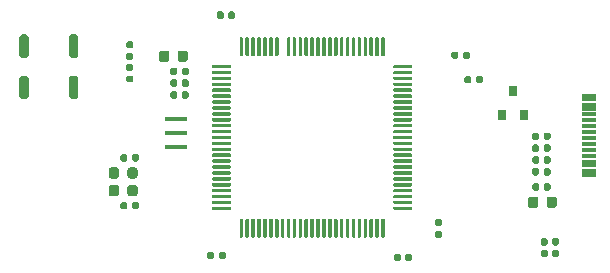
<source format=gbr>
%TF.GenerationSoftware,KiCad,Pcbnew,(5.1.6)-1*%
%TF.CreationDate,2020-08-08T14:22:08+05:30*%
%TF.ProjectId,F745_DISC,46373435-5f44-4495-9343-2e6b69636164,rev?*%
%TF.SameCoordinates,Original*%
%TF.FileFunction,Paste,Top*%
%TF.FilePolarity,Positive*%
%FSLAX46Y46*%
G04 Gerber Fmt 4.6, Leading zero omitted, Abs format (unit mm)*
G04 Created by KiCad (PCBNEW (5.1.6)-1) date 2020-08-08 14:22:08*
%MOMM*%
%LPD*%
G01*
G04 APERTURE LIST*
%ADD10R,1.900000X0.400000*%
%ADD11R,1.150000X0.300000*%
%ADD12R,0.800000X0.900000*%
G04 APERTURE END LIST*
D10*
%TO.C,Y1*%
X50900000Y-50800000D03*
X50900000Y-49600000D03*
X50900000Y-48400000D03*
%TD*%
%TO.C,U1*%
G36*
G01*
X56250000Y-43050000D02*
X56250000Y-41600000D01*
G75*
G02*
X56325000Y-41525000I75000J0D01*
G01*
X56475000Y-41525000D01*
G75*
G02*
X56550000Y-41600000I0J-75000D01*
G01*
X56550000Y-43050000D01*
G75*
G02*
X56475000Y-43125000I-75000J0D01*
G01*
X56325000Y-43125000D01*
G75*
G02*
X56250000Y-43050000I0J75000D01*
G01*
G37*
G36*
G01*
X56750000Y-43050000D02*
X56750000Y-41600000D01*
G75*
G02*
X56825000Y-41525000I75000J0D01*
G01*
X56975000Y-41525000D01*
G75*
G02*
X57050000Y-41600000I0J-75000D01*
G01*
X57050000Y-43050000D01*
G75*
G02*
X56975000Y-43125000I-75000J0D01*
G01*
X56825000Y-43125000D01*
G75*
G02*
X56750000Y-43050000I0J75000D01*
G01*
G37*
G36*
G01*
X57250000Y-43050000D02*
X57250000Y-41600000D01*
G75*
G02*
X57325000Y-41525000I75000J0D01*
G01*
X57475000Y-41525000D01*
G75*
G02*
X57550000Y-41600000I0J-75000D01*
G01*
X57550000Y-43050000D01*
G75*
G02*
X57475000Y-43125000I-75000J0D01*
G01*
X57325000Y-43125000D01*
G75*
G02*
X57250000Y-43050000I0J75000D01*
G01*
G37*
G36*
G01*
X57750000Y-43050000D02*
X57750000Y-41600000D01*
G75*
G02*
X57825000Y-41525000I75000J0D01*
G01*
X57975000Y-41525000D01*
G75*
G02*
X58050000Y-41600000I0J-75000D01*
G01*
X58050000Y-43050000D01*
G75*
G02*
X57975000Y-43125000I-75000J0D01*
G01*
X57825000Y-43125000D01*
G75*
G02*
X57750000Y-43050000I0J75000D01*
G01*
G37*
G36*
G01*
X58250000Y-43050000D02*
X58250000Y-41600000D01*
G75*
G02*
X58325000Y-41525000I75000J0D01*
G01*
X58475000Y-41525000D01*
G75*
G02*
X58550000Y-41600000I0J-75000D01*
G01*
X58550000Y-43050000D01*
G75*
G02*
X58475000Y-43125000I-75000J0D01*
G01*
X58325000Y-43125000D01*
G75*
G02*
X58250000Y-43050000I0J75000D01*
G01*
G37*
G36*
G01*
X58750000Y-43050000D02*
X58750000Y-41600000D01*
G75*
G02*
X58825000Y-41525000I75000J0D01*
G01*
X58975000Y-41525000D01*
G75*
G02*
X59050000Y-41600000I0J-75000D01*
G01*
X59050000Y-43050000D01*
G75*
G02*
X58975000Y-43125000I-75000J0D01*
G01*
X58825000Y-43125000D01*
G75*
G02*
X58750000Y-43050000I0J75000D01*
G01*
G37*
G36*
G01*
X59250000Y-43050000D02*
X59250000Y-41600000D01*
G75*
G02*
X59325000Y-41525000I75000J0D01*
G01*
X59475000Y-41525000D01*
G75*
G02*
X59550000Y-41600000I0J-75000D01*
G01*
X59550000Y-43050000D01*
G75*
G02*
X59475000Y-43125000I-75000J0D01*
G01*
X59325000Y-43125000D01*
G75*
G02*
X59250000Y-43050000I0J75000D01*
G01*
G37*
G36*
G01*
X60250000Y-43050000D02*
X60250000Y-41600000D01*
G75*
G02*
X60325000Y-41525000I75000J0D01*
G01*
X60475000Y-41525000D01*
G75*
G02*
X60550000Y-41600000I0J-75000D01*
G01*
X60550000Y-43050000D01*
G75*
G02*
X60475000Y-43125000I-75000J0D01*
G01*
X60325000Y-43125000D01*
G75*
G02*
X60250000Y-43050000I0J75000D01*
G01*
G37*
G36*
G01*
X60750000Y-43050000D02*
X60750000Y-41600000D01*
G75*
G02*
X60825000Y-41525000I75000J0D01*
G01*
X60975000Y-41525000D01*
G75*
G02*
X61050000Y-41600000I0J-75000D01*
G01*
X61050000Y-43050000D01*
G75*
G02*
X60975000Y-43125000I-75000J0D01*
G01*
X60825000Y-43125000D01*
G75*
G02*
X60750000Y-43050000I0J75000D01*
G01*
G37*
G36*
G01*
X61250000Y-43050000D02*
X61250000Y-41600000D01*
G75*
G02*
X61325000Y-41525000I75000J0D01*
G01*
X61475000Y-41525000D01*
G75*
G02*
X61550000Y-41600000I0J-75000D01*
G01*
X61550000Y-43050000D01*
G75*
G02*
X61475000Y-43125000I-75000J0D01*
G01*
X61325000Y-43125000D01*
G75*
G02*
X61250000Y-43050000I0J75000D01*
G01*
G37*
G36*
G01*
X61750000Y-43050000D02*
X61750000Y-41600000D01*
G75*
G02*
X61825000Y-41525000I75000J0D01*
G01*
X61975000Y-41525000D01*
G75*
G02*
X62050000Y-41600000I0J-75000D01*
G01*
X62050000Y-43050000D01*
G75*
G02*
X61975000Y-43125000I-75000J0D01*
G01*
X61825000Y-43125000D01*
G75*
G02*
X61750000Y-43050000I0J75000D01*
G01*
G37*
G36*
G01*
X62250000Y-43050000D02*
X62250000Y-41600000D01*
G75*
G02*
X62325000Y-41525000I75000J0D01*
G01*
X62475000Y-41525000D01*
G75*
G02*
X62550000Y-41600000I0J-75000D01*
G01*
X62550000Y-43050000D01*
G75*
G02*
X62475000Y-43125000I-75000J0D01*
G01*
X62325000Y-43125000D01*
G75*
G02*
X62250000Y-43050000I0J75000D01*
G01*
G37*
G36*
G01*
X62750000Y-43050000D02*
X62750000Y-41600000D01*
G75*
G02*
X62825000Y-41525000I75000J0D01*
G01*
X62975000Y-41525000D01*
G75*
G02*
X63050000Y-41600000I0J-75000D01*
G01*
X63050000Y-43050000D01*
G75*
G02*
X62975000Y-43125000I-75000J0D01*
G01*
X62825000Y-43125000D01*
G75*
G02*
X62750000Y-43050000I0J75000D01*
G01*
G37*
G36*
G01*
X63250000Y-43050000D02*
X63250000Y-41600000D01*
G75*
G02*
X63325000Y-41525000I75000J0D01*
G01*
X63475000Y-41525000D01*
G75*
G02*
X63550000Y-41600000I0J-75000D01*
G01*
X63550000Y-43050000D01*
G75*
G02*
X63475000Y-43125000I-75000J0D01*
G01*
X63325000Y-43125000D01*
G75*
G02*
X63250000Y-43050000I0J75000D01*
G01*
G37*
G36*
G01*
X63750000Y-43050000D02*
X63750000Y-41600000D01*
G75*
G02*
X63825000Y-41525000I75000J0D01*
G01*
X63975000Y-41525000D01*
G75*
G02*
X64050000Y-41600000I0J-75000D01*
G01*
X64050000Y-43050000D01*
G75*
G02*
X63975000Y-43125000I-75000J0D01*
G01*
X63825000Y-43125000D01*
G75*
G02*
X63750000Y-43050000I0J75000D01*
G01*
G37*
G36*
G01*
X64250000Y-43050000D02*
X64250000Y-41600000D01*
G75*
G02*
X64325000Y-41525000I75000J0D01*
G01*
X64475000Y-41525000D01*
G75*
G02*
X64550000Y-41600000I0J-75000D01*
G01*
X64550000Y-43050000D01*
G75*
G02*
X64475000Y-43125000I-75000J0D01*
G01*
X64325000Y-43125000D01*
G75*
G02*
X64250000Y-43050000I0J75000D01*
G01*
G37*
G36*
G01*
X64750000Y-43050000D02*
X64750000Y-41600000D01*
G75*
G02*
X64825000Y-41525000I75000J0D01*
G01*
X64975000Y-41525000D01*
G75*
G02*
X65050000Y-41600000I0J-75000D01*
G01*
X65050000Y-43050000D01*
G75*
G02*
X64975000Y-43125000I-75000J0D01*
G01*
X64825000Y-43125000D01*
G75*
G02*
X64750000Y-43050000I0J75000D01*
G01*
G37*
G36*
G01*
X65250000Y-43050000D02*
X65250000Y-41600000D01*
G75*
G02*
X65325000Y-41525000I75000J0D01*
G01*
X65475000Y-41525000D01*
G75*
G02*
X65550000Y-41600000I0J-75000D01*
G01*
X65550000Y-43050000D01*
G75*
G02*
X65475000Y-43125000I-75000J0D01*
G01*
X65325000Y-43125000D01*
G75*
G02*
X65250000Y-43050000I0J75000D01*
G01*
G37*
G36*
G01*
X65750000Y-43050000D02*
X65750000Y-41600000D01*
G75*
G02*
X65825000Y-41525000I75000J0D01*
G01*
X65975000Y-41525000D01*
G75*
G02*
X66050000Y-41600000I0J-75000D01*
G01*
X66050000Y-43050000D01*
G75*
G02*
X65975000Y-43125000I-75000J0D01*
G01*
X65825000Y-43125000D01*
G75*
G02*
X65750000Y-43050000I0J75000D01*
G01*
G37*
G36*
G01*
X66250000Y-43050000D02*
X66250000Y-41600000D01*
G75*
G02*
X66325000Y-41525000I75000J0D01*
G01*
X66475000Y-41525000D01*
G75*
G02*
X66550000Y-41600000I0J-75000D01*
G01*
X66550000Y-43050000D01*
G75*
G02*
X66475000Y-43125000I-75000J0D01*
G01*
X66325000Y-43125000D01*
G75*
G02*
X66250000Y-43050000I0J75000D01*
G01*
G37*
G36*
G01*
X66750000Y-43050000D02*
X66750000Y-41600000D01*
G75*
G02*
X66825000Y-41525000I75000J0D01*
G01*
X66975000Y-41525000D01*
G75*
G02*
X67050000Y-41600000I0J-75000D01*
G01*
X67050000Y-43050000D01*
G75*
G02*
X66975000Y-43125000I-75000J0D01*
G01*
X66825000Y-43125000D01*
G75*
G02*
X66750000Y-43050000I0J75000D01*
G01*
G37*
G36*
G01*
X67250000Y-43050000D02*
X67250000Y-41600000D01*
G75*
G02*
X67325000Y-41525000I75000J0D01*
G01*
X67475000Y-41525000D01*
G75*
G02*
X67550000Y-41600000I0J-75000D01*
G01*
X67550000Y-43050000D01*
G75*
G02*
X67475000Y-43125000I-75000J0D01*
G01*
X67325000Y-43125000D01*
G75*
G02*
X67250000Y-43050000I0J75000D01*
G01*
G37*
G36*
G01*
X67750000Y-43050000D02*
X67750000Y-41600000D01*
G75*
G02*
X67825000Y-41525000I75000J0D01*
G01*
X67975000Y-41525000D01*
G75*
G02*
X68050000Y-41600000I0J-75000D01*
G01*
X68050000Y-43050000D01*
G75*
G02*
X67975000Y-43125000I-75000J0D01*
G01*
X67825000Y-43125000D01*
G75*
G02*
X67750000Y-43050000I0J75000D01*
G01*
G37*
G36*
G01*
X68250000Y-43050000D02*
X68250000Y-41600000D01*
G75*
G02*
X68325000Y-41525000I75000J0D01*
G01*
X68475000Y-41525000D01*
G75*
G02*
X68550000Y-41600000I0J-75000D01*
G01*
X68550000Y-43050000D01*
G75*
G02*
X68475000Y-43125000I-75000J0D01*
G01*
X68325000Y-43125000D01*
G75*
G02*
X68250000Y-43050000I0J75000D01*
G01*
G37*
G36*
G01*
X69275000Y-44075000D02*
X69275000Y-43925000D01*
G75*
G02*
X69350000Y-43850000I75000J0D01*
G01*
X70800000Y-43850000D01*
G75*
G02*
X70875000Y-43925000I0J-75000D01*
G01*
X70875000Y-44075000D01*
G75*
G02*
X70800000Y-44150000I-75000J0D01*
G01*
X69350000Y-44150000D01*
G75*
G02*
X69275000Y-44075000I0J75000D01*
G01*
G37*
G36*
G01*
X69275000Y-44575000D02*
X69275000Y-44425000D01*
G75*
G02*
X69350000Y-44350000I75000J0D01*
G01*
X70800000Y-44350000D01*
G75*
G02*
X70875000Y-44425000I0J-75000D01*
G01*
X70875000Y-44575000D01*
G75*
G02*
X70800000Y-44650000I-75000J0D01*
G01*
X69350000Y-44650000D01*
G75*
G02*
X69275000Y-44575000I0J75000D01*
G01*
G37*
G36*
G01*
X69275000Y-45075000D02*
X69275000Y-44925000D01*
G75*
G02*
X69350000Y-44850000I75000J0D01*
G01*
X70800000Y-44850000D01*
G75*
G02*
X70875000Y-44925000I0J-75000D01*
G01*
X70875000Y-45075000D01*
G75*
G02*
X70800000Y-45150000I-75000J0D01*
G01*
X69350000Y-45150000D01*
G75*
G02*
X69275000Y-45075000I0J75000D01*
G01*
G37*
G36*
G01*
X69275000Y-45575000D02*
X69275000Y-45425000D01*
G75*
G02*
X69350000Y-45350000I75000J0D01*
G01*
X70800000Y-45350000D01*
G75*
G02*
X70875000Y-45425000I0J-75000D01*
G01*
X70875000Y-45575000D01*
G75*
G02*
X70800000Y-45650000I-75000J0D01*
G01*
X69350000Y-45650000D01*
G75*
G02*
X69275000Y-45575000I0J75000D01*
G01*
G37*
G36*
G01*
X69275000Y-46075000D02*
X69275000Y-45925000D01*
G75*
G02*
X69350000Y-45850000I75000J0D01*
G01*
X70800000Y-45850000D01*
G75*
G02*
X70875000Y-45925000I0J-75000D01*
G01*
X70875000Y-46075000D01*
G75*
G02*
X70800000Y-46150000I-75000J0D01*
G01*
X69350000Y-46150000D01*
G75*
G02*
X69275000Y-46075000I0J75000D01*
G01*
G37*
G36*
G01*
X69275000Y-46575000D02*
X69275000Y-46425000D01*
G75*
G02*
X69350000Y-46350000I75000J0D01*
G01*
X70800000Y-46350000D01*
G75*
G02*
X70875000Y-46425000I0J-75000D01*
G01*
X70875000Y-46575000D01*
G75*
G02*
X70800000Y-46650000I-75000J0D01*
G01*
X69350000Y-46650000D01*
G75*
G02*
X69275000Y-46575000I0J75000D01*
G01*
G37*
G36*
G01*
X69275000Y-47075000D02*
X69275000Y-46925000D01*
G75*
G02*
X69350000Y-46850000I75000J0D01*
G01*
X70800000Y-46850000D01*
G75*
G02*
X70875000Y-46925000I0J-75000D01*
G01*
X70875000Y-47075000D01*
G75*
G02*
X70800000Y-47150000I-75000J0D01*
G01*
X69350000Y-47150000D01*
G75*
G02*
X69275000Y-47075000I0J75000D01*
G01*
G37*
G36*
G01*
X69275000Y-47575000D02*
X69275000Y-47425000D01*
G75*
G02*
X69350000Y-47350000I75000J0D01*
G01*
X70800000Y-47350000D01*
G75*
G02*
X70875000Y-47425000I0J-75000D01*
G01*
X70875000Y-47575000D01*
G75*
G02*
X70800000Y-47650000I-75000J0D01*
G01*
X69350000Y-47650000D01*
G75*
G02*
X69275000Y-47575000I0J75000D01*
G01*
G37*
G36*
G01*
X69275000Y-48075000D02*
X69275000Y-47925000D01*
G75*
G02*
X69350000Y-47850000I75000J0D01*
G01*
X70800000Y-47850000D01*
G75*
G02*
X70875000Y-47925000I0J-75000D01*
G01*
X70875000Y-48075000D01*
G75*
G02*
X70800000Y-48150000I-75000J0D01*
G01*
X69350000Y-48150000D01*
G75*
G02*
X69275000Y-48075000I0J75000D01*
G01*
G37*
G36*
G01*
X69275000Y-48575000D02*
X69275000Y-48425000D01*
G75*
G02*
X69350000Y-48350000I75000J0D01*
G01*
X70800000Y-48350000D01*
G75*
G02*
X70875000Y-48425000I0J-75000D01*
G01*
X70875000Y-48575000D01*
G75*
G02*
X70800000Y-48650000I-75000J0D01*
G01*
X69350000Y-48650000D01*
G75*
G02*
X69275000Y-48575000I0J75000D01*
G01*
G37*
G36*
G01*
X69275000Y-49075000D02*
X69275000Y-48925000D01*
G75*
G02*
X69350000Y-48850000I75000J0D01*
G01*
X70800000Y-48850000D01*
G75*
G02*
X70875000Y-48925000I0J-75000D01*
G01*
X70875000Y-49075000D01*
G75*
G02*
X70800000Y-49150000I-75000J0D01*
G01*
X69350000Y-49150000D01*
G75*
G02*
X69275000Y-49075000I0J75000D01*
G01*
G37*
G36*
G01*
X69275000Y-49575000D02*
X69275000Y-49425000D01*
G75*
G02*
X69350000Y-49350000I75000J0D01*
G01*
X70800000Y-49350000D01*
G75*
G02*
X70875000Y-49425000I0J-75000D01*
G01*
X70875000Y-49575000D01*
G75*
G02*
X70800000Y-49650000I-75000J0D01*
G01*
X69350000Y-49650000D01*
G75*
G02*
X69275000Y-49575000I0J75000D01*
G01*
G37*
G36*
G01*
X69275000Y-50075000D02*
X69275000Y-49925000D01*
G75*
G02*
X69350000Y-49850000I75000J0D01*
G01*
X70800000Y-49850000D01*
G75*
G02*
X70875000Y-49925000I0J-75000D01*
G01*
X70875000Y-50075000D01*
G75*
G02*
X70800000Y-50150000I-75000J0D01*
G01*
X69350000Y-50150000D01*
G75*
G02*
X69275000Y-50075000I0J75000D01*
G01*
G37*
G36*
G01*
X69275000Y-50575000D02*
X69275000Y-50425000D01*
G75*
G02*
X69350000Y-50350000I75000J0D01*
G01*
X70800000Y-50350000D01*
G75*
G02*
X70875000Y-50425000I0J-75000D01*
G01*
X70875000Y-50575000D01*
G75*
G02*
X70800000Y-50650000I-75000J0D01*
G01*
X69350000Y-50650000D01*
G75*
G02*
X69275000Y-50575000I0J75000D01*
G01*
G37*
G36*
G01*
X69275000Y-51075000D02*
X69275000Y-50925000D01*
G75*
G02*
X69350000Y-50850000I75000J0D01*
G01*
X70800000Y-50850000D01*
G75*
G02*
X70875000Y-50925000I0J-75000D01*
G01*
X70875000Y-51075000D01*
G75*
G02*
X70800000Y-51150000I-75000J0D01*
G01*
X69350000Y-51150000D01*
G75*
G02*
X69275000Y-51075000I0J75000D01*
G01*
G37*
G36*
G01*
X69275000Y-51575000D02*
X69275000Y-51425000D01*
G75*
G02*
X69350000Y-51350000I75000J0D01*
G01*
X70800000Y-51350000D01*
G75*
G02*
X70875000Y-51425000I0J-75000D01*
G01*
X70875000Y-51575000D01*
G75*
G02*
X70800000Y-51650000I-75000J0D01*
G01*
X69350000Y-51650000D01*
G75*
G02*
X69275000Y-51575000I0J75000D01*
G01*
G37*
G36*
G01*
X69275000Y-52075000D02*
X69275000Y-51925000D01*
G75*
G02*
X69350000Y-51850000I75000J0D01*
G01*
X70800000Y-51850000D01*
G75*
G02*
X70875000Y-51925000I0J-75000D01*
G01*
X70875000Y-52075000D01*
G75*
G02*
X70800000Y-52150000I-75000J0D01*
G01*
X69350000Y-52150000D01*
G75*
G02*
X69275000Y-52075000I0J75000D01*
G01*
G37*
G36*
G01*
X69275000Y-52575000D02*
X69275000Y-52425000D01*
G75*
G02*
X69350000Y-52350000I75000J0D01*
G01*
X70800000Y-52350000D01*
G75*
G02*
X70875000Y-52425000I0J-75000D01*
G01*
X70875000Y-52575000D01*
G75*
G02*
X70800000Y-52650000I-75000J0D01*
G01*
X69350000Y-52650000D01*
G75*
G02*
X69275000Y-52575000I0J75000D01*
G01*
G37*
G36*
G01*
X69275000Y-53075000D02*
X69275000Y-52925000D01*
G75*
G02*
X69350000Y-52850000I75000J0D01*
G01*
X70800000Y-52850000D01*
G75*
G02*
X70875000Y-52925000I0J-75000D01*
G01*
X70875000Y-53075000D01*
G75*
G02*
X70800000Y-53150000I-75000J0D01*
G01*
X69350000Y-53150000D01*
G75*
G02*
X69275000Y-53075000I0J75000D01*
G01*
G37*
G36*
G01*
X69275000Y-53575000D02*
X69275000Y-53425000D01*
G75*
G02*
X69350000Y-53350000I75000J0D01*
G01*
X70800000Y-53350000D01*
G75*
G02*
X70875000Y-53425000I0J-75000D01*
G01*
X70875000Y-53575000D01*
G75*
G02*
X70800000Y-53650000I-75000J0D01*
G01*
X69350000Y-53650000D01*
G75*
G02*
X69275000Y-53575000I0J75000D01*
G01*
G37*
G36*
G01*
X69275000Y-54075000D02*
X69275000Y-53925000D01*
G75*
G02*
X69350000Y-53850000I75000J0D01*
G01*
X70800000Y-53850000D01*
G75*
G02*
X70875000Y-53925000I0J-75000D01*
G01*
X70875000Y-54075000D01*
G75*
G02*
X70800000Y-54150000I-75000J0D01*
G01*
X69350000Y-54150000D01*
G75*
G02*
X69275000Y-54075000I0J75000D01*
G01*
G37*
G36*
G01*
X69275000Y-54575000D02*
X69275000Y-54425000D01*
G75*
G02*
X69350000Y-54350000I75000J0D01*
G01*
X70800000Y-54350000D01*
G75*
G02*
X70875000Y-54425000I0J-75000D01*
G01*
X70875000Y-54575000D01*
G75*
G02*
X70800000Y-54650000I-75000J0D01*
G01*
X69350000Y-54650000D01*
G75*
G02*
X69275000Y-54575000I0J75000D01*
G01*
G37*
G36*
G01*
X69275000Y-55075000D02*
X69275000Y-54925000D01*
G75*
G02*
X69350000Y-54850000I75000J0D01*
G01*
X70800000Y-54850000D01*
G75*
G02*
X70875000Y-54925000I0J-75000D01*
G01*
X70875000Y-55075000D01*
G75*
G02*
X70800000Y-55150000I-75000J0D01*
G01*
X69350000Y-55150000D01*
G75*
G02*
X69275000Y-55075000I0J75000D01*
G01*
G37*
G36*
G01*
X69275000Y-55575000D02*
X69275000Y-55425000D01*
G75*
G02*
X69350000Y-55350000I75000J0D01*
G01*
X70800000Y-55350000D01*
G75*
G02*
X70875000Y-55425000I0J-75000D01*
G01*
X70875000Y-55575000D01*
G75*
G02*
X70800000Y-55650000I-75000J0D01*
G01*
X69350000Y-55650000D01*
G75*
G02*
X69275000Y-55575000I0J75000D01*
G01*
G37*
G36*
G01*
X69275000Y-56075000D02*
X69275000Y-55925000D01*
G75*
G02*
X69350000Y-55850000I75000J0D01*
G01*
X70800000Y-55850000D01*
G75*
G02*
X70875000Y-55925000I0J-75000D01*
G01*
X70875000Y-56075000D01*
G75*
G02*
X70800000Y-56150000I-75000J0D01*
G01*
X69350000Y-56150000D01*
G75*
G02*
X69275000Y-56075000I0J75000D01*
G01*
G37*
G36*
G01*
X68250000Y-58400000D02*
X68250000Y-56950000D01*
G75*
G02*
X68325000Y-56875000I75000J0D01*
G01*
X68475000Y-56875000D01*
G75*
G02*
X68550000Y-56950000I0J-75000D01*
G01*
X68550000Y-58400000D01*
G75*
G02*
X68475000Y-58475000I-75000J0D01*
G01*
X68325000Y-58475000D01*
G75*
G02*
X68250000Y-58400000I0J75000D01*
G01*
G37*
G36*
G01*
X67750000Y-58400000D02*
X67750000Y-56950000D01*
G75*
G02*
X67825000Y-56875000I75000J0D01*
G01*
X67975000Y-56875000D01*
G75*
G02*
X68050000Y-56950000I0J-75000D01*
G01*
X68050000Y-58400000D01*
G75*
G02*
X67975000Y-58475000I-75000J0D01*
G01*
X67825000Y-58475000D01*
G75*
G02*
X67750000Y-58400000I0J75000D01*
G01*
G37*
G36*
G01*
X67250000Y-58400000D02*
X67250000Y-56950000D01*
G75*
G02*
X67325000Y-56875000I75000J0D01*
G01*
X67475000Y-56875000D01*
G75*
G02*
X67550000Y-56950000I0J-75000D01*
G01*
X67550000Y-58400000D01*
G75*
G02*
X67475000Y-58475000I-75000J0D01*
G01*
X67325000Y-58475000D01*
G75*
G02*
X67250000Y-58400000I0J75000D01*
G01*
G37*
G36*
G01*
X66750000Y-58400000D02*
X66750000Y-56950000D01*
G75*
G02*
X66825000Y-56875000I75000J0D01*
G01*
X66975000Y-56875000D01*
G75*
G02*
X67050000Y-56950000I0J-75000D01*
G01*
X67050000Y-58400000D01*
G75*
G02*
X66975000Y-58475000I-75000J0D01*
G01*
X66825000Y-58475000D01*
G75*
G02*
X66750000Y-58400000I0J75000D01*
G01*
G37*
G36*
G01*
X66250000Y-58400000D02*
X66250000Y-56950000D01*
G75*
G02*
X66325000Y-56875000I75000J0D01*
G01*
X66475000Y-56875000D01*
G75*
G02*
X66550000Y-56950000I0J-75000D01*
G01*
X66550000Y-58400000D01*
G75*
G02*
X66475000Y-58475000I-75000J0D01*
G01*
X66325000Y-58475000D01*
G75*
G02*
X66250000Y-58400000I0J75000D01*
G01*
G37*
G36*
G01*
X65750000Y-58400000D02*
X65750000Y-56950000D01*
G75*
G02*
X65825000Y-56875000I75000J0D01*
G01*
X65975000Y-56875000D01*
G75*
G02*
X66050000Y-56950000I0J-75000D01*
G01*
X66050000Y-58400000D01*
G75*
G02*
X65975000Y-58475000I-75000J0D01*
G01*
X65825000Y-58475000D01*
G75*
G02*
X65750000Y-58400000I0J75000D01*
G01*
G37*
G36*
G01*
X65250000Y-58400000D02*
X65250000Y-56950000D01*
G75*
G02*
X65325000Y-56875000I75000J0D01*
G01*
X65475000Y-56875000D01*
G75*
G02*
X65550000Y-56950000I0J-75000D01*
G01*
X65550000Y-58400000D01*
G75*
G02*
X65475000Y-58475000I-75000J0D01*
G01*
X65325000Y-58475000D01*
G75*
G02*
X65250000Y-58400000I0J75000D01*
G01*
G37*
G36*
G01*
X64750000Y-58400000D02*
X64750000Y-56950000D01*
G75*
G02*
X64825000Y-56875000I75000J0D01*
G01*
X64975000Y-56875000D01*
G75*
G02*
X65050000Y-56950000I0J-75000D01*
G01*
X65050000Y-58400000D01*
G75*
G02*
X64975000Y-58475000I-75000J0D01*
G01*
X64825000Y-58475000D01*
G75*
G02*
X64750000Y-58400000I0J75000D01*
G01*
G37*
G36*
G01*
X64250000Y-58400000D02*
X64250000Y-56950000D01*
G75*
G02*
X64325000Y-56875000I75000J0D01*
G01*
X64475000Y-56875000D01*
G75*
G02*
X64550000Y-56950000I0J-75000D01*
G01*
X64550000Y-58400000D01*
G75*
G02*
X64475000Y-58475000I-75000J0D01*
G01*
X64325000Y-58475000D01*
G75*
G02*
X64250000Y-58400000I0J75000D01*
G01*
G37*
G36*
G01*
X63750000Y-58400000D02*
X63750000Y-56950000D01*
G75*
G02*
X63825000Y-56875000I75000J0D01*
G01*
X63975000Y-56875000D01*
G75*
G02*
X64050000Y-56950000I0J-75000D01*
G01*
X64050000Y-58400000D01*
G75*
G02*
X63975000Y-58475000I-75000J0D01*
G01*
X63825000Y-58475000D01*
G75*
G02*
X63750000Y-58400000I0J75000D01*
G01*
G37*
G36*
G01*
X63250000Y-58400000D02*
X63250000Y-56950000D01*
G75*
G02*
X63325000Y-56875000I75000J0D01*
G01*
X63475000Y-56875000D01*
G75*
G02*
X63550000Y-56950000I0J-75000D01*
G01*
X63550000Y-58400000D01*
G75*
G02*
X63475000Y-58475000I-75000J0D01*
G01*
X63325000Y-58475000D01*
G75*
G02*
X63250000Y-58400000I0J75000D01*
G01*
G37*
G36*
G01*
X62750000Y-58400000D02*
X62750000Y-56950000D01*
G75*
G02*
X62825000Y-56875000I75000J0D01*
G01*
X62975000Y-56875000D01*
G75*
G02*
X63050000Y-56950000I0J-75000D01*
G01*
X63050000Y-58400000D01*
G75*
G02*
X62975000Y-58475000I-75000J0D01*
G01*
X62825000Y-58475000D01*
G75*
G02*
X62750000Y-58400000I0J75000D01*
G01*
G37*
G36*
G01*
X62250000Y-58400000D02*
X62250000Y-56950000D01*
G75*
G02*
X62325000Y-56875000I75000J0D01*
G01*
X62475000Y-56875000D01*
G75*
G02*
X62550000Y-56950000I0J-75000D01*
G01*
X62550000Y-58400000D01*
G75*
G02*
X62475000Y-58475000I-75000J0D01*
G01*
X62325000Y-58475000D01*
G75*
G02*
X62250000Y-58400000I0J75000D01*
G01*
G37*
G36*
G01*
X61750000Y-58400000D02*
X61750000Y-56950000D01*
G75*
G02*
X61825000Y-56875000I75000J0D01*
G01*
X61975000Y-56875000D01*
G75*
G02*
X62050000Y-56950000I0J-75000D01*
G01*
X62050000Y-58400000D01*
G75*
G02*
X61975000Y-58475000I-75000J0D01*
G01*
X61825000Y-58475000D01*
G75*
G02*
X61750000Y-58400000I0J75000D01*
G01*
G37*
G36*
G01*
X61250000Y-58400000D02*
X61250000Y-56950000D01*
G75*
G02*
X61325000Y-56875000I75000J0D01*
G01*
X61475000Y-56875000D01*
G75*
G02*
X61550000Y-56950000I0J-75000D01*
G01*
X61550000Y-58400000D01*
G75*
G02*
X61475000Y-58475000I-75000J0D01*
G01*
X61325000Y-58475000D01*
G75*
G02*
X61250000Y-58400000I0J75000D01*
G01*
G37*
G36*
G01*
X60750000Y-58400000D02*
X60750000Y-56950000D01*
G75*
G02*
X60825000Y-56875000I75000J0D01*
G01*
X60975000Y-56875000D01*
G75*
G02*
X61050000Y-56950000I0J-75000D01*
G01*
X61050000Y-58400000D01*
G75*
G02*
X60975000Y-58475000I-75000J0D01*
G01*
X60825000Y-58475000D01*
G75*
G02*
X60750000Y-58400000I0J75000D01*
G01*
G37*
G36*
G01*
X60250000Y-58400000D02*
X60250000Y-56950000D01*
G75*
G02*
X60325000Y-56875000I75000J0D01*
G01*
X60475000Y-56875000D01*
G75*
G02*
X60550000Y-56950000I0J-75000D01*
G01*
X60550000Y-58400000D01*
G75*
G02*
X60475000Y-58475000I-75000J0D01*
G01*
X60325000Y-58475000D01*
G75*
G02*
X60250000Y-58400000I0J75000D01*
G01*
G37*
G36*
G01*
X59750000Y-58400000D02*
X59750000Y-56950000D01*
G75*
G02*
X59825000Y-56875000I75000J0D01*
G01*
X59975000Y-56875000D01*
G75*
G02*
X60050000Y-56950000I0J-75000D01*
G01*
X60050000Y-58400000D01*
G75*
G02*
X59975000Y-58475000I-75000J0D01*
G01*
X59825000Y-58475000D01*
G75*
G02*
X59750000Y-58400000I0J75000D01*
G01*
G37*
G36*
G01*
X59250000Y-58400000D02*
X59250000Y-56950000D01*
G75*
G02*
X59325000Y-56875000I75000J0D01*
G01*
X59475000Y-56875000D01*
G75*
G02*
X59550000Y-56950000I0J-75000D01*
G01*
X59550000Y-58400000D01*
G75*
G02*
X59475000Y-58475000I-75000J0D01*
G01*
X59325000Y-58475000D01*
G75*
G02*
X59250000Y-58400000I0J75000D01*
G01*
G37*
G36*
G01*
X58750000Y-58400000D02*
X58750000Y-56950000D01*
G75*
G02*
X58825000Y-56875000I75000J0D01*
G01*
X58975000Y-56875000D01*
G75*
G02*
X59050000Y-56950000I0J-75000D01*
G01*
X59050000Y-58400000D01*
G75*
G02*
X58975000Y-58475000I-75000J0D01*
G01*
X58825000Y-58475000D01*
G75*
G02*
X58750000Y-58400000I0J75000D01*
G01*
G37*
G36*
G01*
X58250000Y-58400000D02*
X58250000Y-56950000D01*
G75*
G02*
X58325000Y-56875000I75000J0D01*
G01*
X58475000Y-56875000D01*
G75*
G02*
X58550000Y-56950000I0J-75000D01*
G01*
X58550000Y-58400000D01*
G75*
G02*
X58475000Y-58475000I-75000J0D01*
G01*
X58325000Y-58475000D01*
G75*
G02*
X58250000Y-58400000I0J75000D01*
G01*
G37*
G36*
G01*
X57750000Y-58400000D02*
X57750000Y-56950000D01*
G75*
G02*
X57825000Y-56875000I75000J0D01*
G01*
X57975000Y-56875000D01*
G75*
G02*
X58050000Y-56950000I0J-75000D01*
G01*
X58050000Y-58400000D01*
G75*
G02*
X57975000Y-58475000I-75000J0D01*
G01*
X57825000Y-58475000D01*
G75*
G02*
X57750000Y-58400000I0J75000D01*
G01*
G37*
G36*
G01*
X57250000Y-58400000D02*
X57250000Y-56950000D01*
G75*
G02*
X57325000Y-56875000I75000J0D01*
G01*
X57475000Y-56875000D01*
G75*
G02*
X57550000Y-56950000I0J-75000D01*
G01*
X57550000Y-58400000D01*
G75*
G02*
X57475000Y-58475000I-75000J0D01*
G01*
X57325000Y-58475000D01*
G75*
G02*
X57250000Y-58400000I0J75000D01*
G01*
G37*
G36*
G01*
X56750000Y-58400000D02*
X56750000Y-56950000D01*
G75*
G02*
X56825000Y-56875000I75000J0D01*
G01*
X56975000Y-56875000D01*
G75*
G02*
X57050000Y-56950000I0J-75000D01*
G01*
X57050000Y-58400000D01*
G75*
G02*
X56975000Y-58475000I-75000J0D01*
G01*
X56825000Y-58475000D01*
G75*
G02*
X56750000Y-58400000I0J75000D01*
G01*
G37*
G36*
G01*
X56250000Y-58400000D02*
X56250000Y-56950000D01*
G75*
G02*
X56325000Y-56875000I75000J0D01*
G01*
X56475000Y-56875000D01*
G75*
G02*
X56550000Y-56950000I0J-75000D01*
G01*
X56550000Y-58400000D01*
G75*
G02*
X56475000Y-58475000I-75000J0D01*
G01*
X56325000Y-58475000D01*
G75*
G02*
X56250000Y-58400000I0J75000D01*
G01*
G37*
G36*
G01*
X53925000Y-56075000D02*
X53925000Y-55925000D01*
G75*
G02*
X54000000Y-55850000I75000J0D01*
G01*
X55450000Y-55850000D01*
G75*
G02*
X55525000Y-55925000I0J-75000D01*
G01*
X55525000Y-56075000D01*
G75*
G02*
X55450000Y-56150000I-75000J0D01*
G01*
X54000000Y-56150000D01*
G75*
G02*
X53925000Y-56075000I0J75000D01*
G01*
G37*
G36*
G01*
X53925000Y-55575000D02*
X53925000Y-55425000D01*
G75*
G02*
X54000000Y-55350000I75000J0D01*
G01*
X55450000Y-55350000D01*
G75*
G02*
X55525000Y-55425000I0J-75000D01*
G01*
X55525000Y-55575000D01*
G75*
G02*
X55450000Y-55650000I-75000J0D01*
G01*
X54000000Y-55650000D01*
G75*
G02*
X53925000Y-55575000I0J75000D01*
G01*
G37*
G36*
G01*
X53925000Y-55075000D02*
X53925000Y-54925000D01*
G75*
G02*
X54000000Y-54850000I75000J0D01*
G01*
X55450000Y-54850000D01*
G75*
G02*
X55525000Y-54925000I0J-75000D01*
G01*
X55525000Y-55075000D01*
G75*
G02*
X55450000Y-55150000I-75000J0D01*
G01*
X54000000Y-55150000D01*
G75*
G02*
X53925000Y-55075000I0J75000D01*
G01*
G37*
G36*
G01*
X53925000Y-54575000D02*
X53925000Y-54425000D01*
G75*
G02*
X54000000Y-54350000I75000J0D01*
G01*
X55450000Y-54350000D01*
G75*
G02*
X55525000Y-54425000I0J-75000D01*
G01*
X55525000Y-54575000D01*
G75*
G02*
X55450000Y-54650000I-75000J0D01*
G01*
X54000000Y-54650000D01*
G75*
G02*
X53925000Y-54575000I0J75000D01*
G01*
G37*
G36*
G01*
X53925000Y-54075000D02*
X53925000Y-53925000D01*
G75*
G02*
X54000000Y-53850000I75000J0D01*
G01*
X55450000Y-53850000D01*
G75*
G02*
X55525000Y-53925000I0J-75000D01*
G01*
X55525000Y-54075000D01*
G75*
G02*
X55450000Y-54150000I-75000J0D01*
G01*
X54000000Y-54150000D01*
G75*
G02*
X53925000Y-54075000I0J75000D01*
G01*
G37*
G36*
G01*
X53925000Y-53575000D02*
X53925000Y-53425000D01*
G75*
G02*
X54000000Y-53350000I75000J0D01*
G01*
X55450000Y-53350000D01*
G75*
G02*
X55525000Y-53425000I0J-75000D01*
G01*
X55525000Y-53575000D01*
G75*
G02*
X55450000Y-53650000I-75000J0D01*
G01*
X54000000Y-53650000D01*
G75*
G02*
X53925000Y-53575000I0J75000D01*
G01*
G37*
G36*
G01*
X53925000Y-53075000D02*
X53925000Y-52925000D01*
G75*
G02*
X54000000Y-52850000I75000J0D01*
G01*
X55450000Y-52850000D01*
G75*
G02*
X55525000Y-52925000I0J-75000D01*
G01*
X55525000Y-53075000D01*
G75*
G02*
X55450000Y-53150000I-75000J0D01*
G01*
X54000000Y-53150000D01*
G75*
G02*
X53925000Y-53075000I0J75000D01*
G01*
G37*
G36*
G01*
X53925000Y-52575000D02*
X53925000Y-52425000D01*
G75*
G02*
X54000000Y-52350000I75000J0D01*
G01*
X55450000Y-52350000D01*
G75*
G02*
X55525000Y-52425000I0J-75000D01*
G01*
X55525000Y-52575000D01*
G75*
G02*
X55450000Y-52650000I-75000J0D01*
G01*
X54000000Y-52650000D01*
G75*
G02*
X53925000Y-52575000I0J75000D01*
G01*
G37*
G36*
G01*
X53925000Y-52075000D02*
X53925000Y-51925000D01*
G75*
G02*
X54000000Y-51850000I75000J0D01*
G01*
X55450000Y-51850000D01*
G75*
G02*
X55525000Y-51925000I0J-75000D01*
G01*
X55525000Y-52075000D01*
G75*
G02*
X55450000Y-52150000I-75000J0D01*
G01*
X54000000Y-52150000D01*
G75*
G02*
X53925000Y-52075000I0J75000D01*
G01*
G37*
G36*
G01*
X53925000Y-51575000D02*
X53925000Y-51425000D01*
G75*
G02*
X54000000Y-51350000I75000J0D01*
G01*
X55450000Y-51350000D01*
G75*
G02*
X55525000Y-51425000I0J-75000D01*
G01*
X55525000Y-51575000D01*
G75*
G02*
X55450000Y-51650000I-75000J0D01*
G01*
X54000000Y-51650000D01*
G75*
G02*
X53925000Y-51575000I0J75000D01*
G01*
G37*
G36*
G01*
X53925000Y-51075000D02*
X53925000Y-50925000D01*
G75*
G02*
X54000000Y-50850000I75000J0D01*
G01*
X55450000Y-50850000D01*
G75*
G02*
X55525000Y-50925000I0J-75000D01*
G01*
X55525000Y-51075000D01*
G75*
G02*
X55450000Y-51150000I-75000J0D01*
G01*
X54000000Y-51150000D01*
G75*
G02*
X53925000Y-51075000I0J75000D01*
G01*
G37*
G36*
G01*
X53925000Y-50575000D02*
X53925000Y-50425000D01*
G75*
G02*
X54000000Y-50350000I75000J0D01*
G01*
X55450000Y-50350000D01*
G75*
G02*
X55525000Y-50425000I0J-75000D01*
G01*
X55525000Y-50575000D01*
G75*
G02*
X55450000Y-50650000I-75000J0D01*
G01*
X54000000Y-50650000D01*
G75*
G02*
X53925000Y-50575000I0J75000D01*
G01*
G37*
G36*
G01*
X53925000Y-50075000D02*
X53925000Y-49925000D01*
G75*
G02*
X54000000Y-49850000I75000J0D01*
G01*
X55450000Y-49850000D01*
G75*
G02*
X55525000Y-49925000I0J-75000D01*
G01*
X55525000Y-50075000D01*
G75*
G02*
X55450000Y-50150000I-75000J0D01*
G01*
X54000000Y-50150000D01*
G75*
G02*
X53925000Y-50075000I0J75000D01*
G01*
G37*
G36*
G01*
X53925000Y-49575000D02*
X53925000Y-49425000D01*
G75*
G02*
X54000000Y-49350000I75000J0D01*
G01*
X55450000Y-49350000D01*
G75*
G02*
X55525000Y-49425000I0J-75000D01*
G01*
X55525000Y-49575000D01*
G75*
G02*
X55450000Y-49650000I-75000J0D01*
G01*
X54000000Y-49650000D01*
G75*
G02*
X53925000Y-49575000I0J75000D01*
G01*
G37*
G36*
G01*
X53925000Y-49075000D02*
X53925000Y-48925000D01*
G75*
G02*
X54000000Y-48850000I75000J0D01*
G01*
X55450000Y-48850000D01*
G75*
G02*
X55525000Y-48925000I0J-75000D01*
G01*
X55525000Y-49075000D01*
G75*
G02*
X55450000Y-49150000I-75000J0D01*
G01*
X54000000Y-49150000D01*
G75*
G02*
X53925000Y-49075000I0J75000D01*
G01*
G37*
G36*
G01*
X53925000Y-48575000D02*
X53925000Y-48425000D01*
G75*
G02*
X54000000Y-48350000I75000J0D01*
G01*
X55450000Y-48350000D01*
G75*
G02*
X55525000Y-48425000I0J-75000D01*
G01*
X55525000Y-48575000D01*
G75*
G02*
X55450000Y-48650000I-75000J0D01*
G01*
X54000000Y-48650000D01*
G75*
G02*
X53925000Y-48575000I0J75000D01*
G01*
G37*
G36*
G01*
X53925000Y-48075000D02*
X53925000Y-47925000D01*
G75*
G02*
X54000000Y-47850000I75000J0D01*
G01*
X55450000Y-47850000D01*
G75*
G02*
X55525000Y-47925000I0J-75000D01*
G01*
X55525000Y-48075000D01*
G75*
G02*
X55450000Y-48150000I-75000J0D01*
G01*
X54000000Y-48150000D01*
G75*
G02*
X53925000Y-48075000I0J75000D01*
G01*
G37*
G36*
G01*
X53925000Y-47575000D02*
X53925000Y-47425000D01*
G75*
G02*
X54000000Y-47350000I75000J0D01*
G01*
X55450000Y-47350000D01*
G75*
G02*
X55525000Y-47425000I0J-75000D01*
G01*
X55525000Y-47575000D01*
G75*
G02*
X55450000Y-47650000I-75000J0D01*
G01*
X54000000Y-47650000D01*
G75*
G02*
X53925000Y-47575000I0J75000D01*
G01*
G37*
G36*
G01*
X53925000Y-47075000D02*
X53925000Y-46925000D01*
G75*
G02*
X54000000Y-46850000I75000J0D01*
G01*
X55450000Y-46850000D01*
G75*
G02*
X55525000Y-46925000I0J-75000D01*
G01*
X55525000Y-47075000D01*
G75*
G02*
X55450000Y-47150000I-75000J0D01*
G01*
X54000000Y-47150000D01*
G75*
G02*
X53925000Y-47075000I0J75000D01*
G01*
G37*
G36*
G01*
X53925000Y-46575000D02*
X53925000Y-46425000D01*
G75*
G02*
X54000000Y-46350000I75000J0D01*
G01*
X55450000Y-46350000D01*
G75*
G02*
X55525000Y-46425000I0J-75000D01*
G01*
X55525000Y-46575000D01*
G75*
G02*
X55450000Y-46650000I-75000J0D01*
G01*
X54000000Y-46650000D01*
G75*
G02*
X53925000Y-46575000I0J75000D01*
G01*
G37*
G36*
G01*
X53925000Y-46075000D02*
X53925000Y-45925000D01*
G75*
G02*
X54000000Y-45850000I75000J0D01*
G01*
X55450000Y-45850000D01*
G75*
G02*
X55525000Y-45925000I0J-75000D01*
G01*
X55525000Y-46075000D01*
G75*
G02*
X55450000Y-46150000I-75000J0D01*
G01*
X54000000Y-46150000D01*
G75*
G02*
X53925000Y-46075000I0J75000D01*
G01*
G37*
G36*
G01*
X53925000Y-45575000D02*
X53925000Y-45425000D01*
G75*
G02*
X54000000Y-45350000I75000J0D01*
G01*
X55450000Y-45350000D01*
G75*
G02*
X55525000Y-45425000I0J-75000D01*
G01*
X55525000Y-45575000D01*
G75*
G02*
X55450000Y-45650000I-75000J0D01*
G01*
X54000000Y-45650000D01*
G75*
G02*
X53925000Y-45575000I0J75000D01*
G01*
G37*
G36*
G01*
X53925000Y-45075000D02*
X53925000Y-44925000D01*
G75*
G02*
X54000000Y-44850000I75000J0D01*
G01*
X55450000Y-44850000D01*
G75*
G02*
X55525000Y-44925000I0J-75000D01*
G01*
X55525000Y-45075000D01*
G75*
G02*
X55450000Y-45150000I-75000J0D01*
G01*
X54000000Y-45150000D01*
G75*
G02*
X53925000Y-45075000I0J75000D01*
G01*
G37*
G36*
G01*
X53925000Y-44575000D02*
X53925000Y-44425000D01*
G75*
G02*
X54000000Y-44350000I75000J0D01*
G01*
X55450000Y-44350000D01*
G75*
G02*
X55525000Y-44425000I0J-75000D01*
G01*
X55525000Y-44575000D01*
G75*
G02*
X55450000Y-44650000I-75000J0D01*
G01*
X54000000Y-44650000D01*
G75*
G02*
X53925000Y-44575000I0J75000D01*
G01*
G37*
G36*
G01*
X53925000Y-44075000D02*
X53925000Y-43925000D01*
G75*
G02*
X54000000Y-43850000I75000J0D01*
G01*
X55450000Y-43850000D01*
G75*
G02*
X55525000Y-43925000I0J-75000D01*
G01*
X55525000Y-44075000D01*
G75*
G02*
X55450000Y-44150000I-75000J0D01*
G01*
X54000000Y-44150000D01*
G75*
G02*
X53925000Y-44075000I0J75000D01*
G01*
G37*
%TD*%
%TO.C,R2_USB1*%
G36*
G01*
X81610000Y-50727500D02*
X81610000Y-51072500D01*
G75*
G02*
X81462500Y-51220000I-147500J0D01*
G01*
X81167500Y-51220000D01*
G75*
G02*
X81020000Y-51072500I0J147500D01*
G01*
X81020000Y-50727500D01*
G75*
G02*
X81167500Y-50580000I147500J0D01*
G01*
X81462500Y-50580000D01*
G75*
G02*
X81610000Y-50727500I0J-147500D01*
G01*
G37*
G36*
G01*
X82580000Y-50727500D02*
X82580000Y-51072500D01*
G75*
G02*
X82432500Y-51220000I-147500J0D01*
G01*
X82137500Y-51220000D01*
G75*
G02*
X81990000Y-51072500I0J147500D01*
G01*
X81990000Y-50727500D01*
G75*
G02*
X82137500Y-50580000I147500J0D01*
G01*
X82432500Y-50580000D01*
G75*
G02*
X82580000Y-50727500I0J-147500D01*
G01*
G37*
%TD*%
%TO.C,R2_TX1*%
G36*
G01*
X47140000Y-51897500D02*
X47140000Y-51552500D01*
G75*
G02*
X47287500Y-51405000I147500J0D01*
G01*
X47582500Y-51405000D01*
G75*
G02*
X47730000Y-51552500I0J-147500D01*
G01*
X47730000Y-51897500D01*
G75*
G02*
X47582500Y-52045000I-147500J0D01*
G01*
X47287500Y-52045000D01*
G75*
G02*
X47140000Y-51897500I0J147500D01*
G01*
G37*
G36*
G01*
X46170000Y-51897500D02*
X46170000Y-51552500D01*
G75*
G02*
X46317500Y-51405000I147500J0D01*
G01*
X46612500Y-51405000D01*
G75*
G02*
X46760000Y-51552500I0J-147500D01*
G01*
X46760000Y-51897500D01*
G75*
G02*
X46612500Y-52045000I-147500J0D01*
G01*
X46317500Y-52045000D01*
G75*
G02*
X46170000Y-51897500I0J147500D01*
G01*
G37*
%TD*%
%TO.C,R2_SCL1*%
G36*
G01*
X82715000Y-58997500D02*
X82715000Y-58652500D01*
G75*
G02*
X82862500Y-58505000I147500J0D01*
G01*
X83157500Y-58505000D01*
G75*
G02*
X83305000Y-58652500I0J-147500D01*
G01*
X83305000Y-58997500D01*
G75*
G02*
X83157500Y-59145000I-147500J0D01*
G01*
X82862500Y-59145000D01*
G75*
G02*
X82715000Y-58997500I0J147500D01*
G01*
G37*
G36*
G01*
X81745000Y-58997500D02*
X81745000Y-58652500D01*
G75*
G02*
X81892500Y-58505000I147500J0D01*
G01*
X82187500Y-58505000D01*
G75*
G02*
X82335000Y-58652500I0J-147500D01*
G01*
X82335000Y-58997500D01*
G75*
G02*
X82187500Y-59145000I-147500J0D01*
G01*
X81892500Y-59145000D01*
G75*
G02*
X81745000Y-58997500I0J147500D01*
G01*
G37*
%TD*%
%TO.C,R1_USB3*%
G36*
G01*
X81990000Y-53072500D02*
X81990000Y-52727500D01*
G75*
G02*
X82137500Y-52580000I147500J0D01*
G01*
X82432500Y-52580000D01*
G75*
G02*
X82580000Y-52727500I0J-147500D01*
G01*
X82580000Y-53072500D01*
G75*
G02*
X82432500Y-53220000I-147500J0D01*
G01*
X82137500Y-53220000D01*
G75*
G02*
X81990000Y-53072500I0J147500D01*
G01*
G37*
G36*
G01*
X81020000Y-53072500D02*
X81020000Y-52727500D01*
G75*
G02*
X81167500Y-52580000I147500J0D01*
G01*
X81462500Y-52580000D01*
G75*
G02*
X81610000Y-52727500I0J-147500D01*
G01*
X81610000Y-53072500D01*
G75*
G02*
X81462500Y-53220000I-147500J0D01*
G01*
X81167500Y-53220000D01*
G75*
G02*
X81020000Y-53072500I0J147500D01*
G01*
G37*
%TD*%
%TO.C,R1_USB2*%
G36*
G01*
X81615000Y-51727500D02*
X81615000Y-52072500D01*
G75*
G02*
X81467500Y-52220000I-147500J0D01*
G01*
X81172500Y-52220000D01*
G75*
G02*
X81025000Y-52072500I0J147500D01*
G01*
X81025000Y-51727500D01*
G75*
G02*
X81172500Y-51580000I147500J0D01*
G01*
X81467500Y-51580000D01*
G75*
G02*
X81615000Y-51727500I0J-147500D01*
G01*
G37*
G36*
G01*
X82585000Y-51727500D02*
X82585000Y-52072500D01*
G75*
G02*
X82437500Y-52220000I-147500J0D01*
G01*
X82142500Y-52220000D01*
G75*
G02*
X81995000Y-52072500I0J147500D01*
G01*
X81995000Y-51727500D01*
G75*
G02*
X82142500Y-51580000I147500J0D01*
G01*
X82437500Y-51580000D01*
G75*
G02*
X82585000Y-51727500I0J-147500D01*
G01*
G37*
%TD*%
%TO.C,R1_USB1*%
G36*
G01*
X81990000Y-50072500D02*
X81990000Y-49727500D01*
G75*
G02*
X82137500Y-49580000I147500J0D01*
G01*
X82432500Y-49580000D01*
G75*
G02*
X82580000Y-49727500I0J-147500D01*
G01*
X82580000Y-50072500D01*
G75*
G02*
X82432500Y-50220000I-147500J0D01*
G01*
X82137500Y-50220000D01*
G75*
G02*
X81990000Y-50072500I0J147500D01*
G01*
G37*
G36*
G01*
X81020000Y-50072500D02*
X81020000Y-49727500D01*
G75*
G02*
X81167500Y-49580000I147500J0D01*
G01*
X81462500Y-49580000D01*
G75*
G02*
X81610000Y-49727500I0J-147500D01*
G01*
X81610000Y-50072500D01*
G75*
G02*
X81462500Y-50220000I-147500J0D01*
G01*
X81167500Y-50220000D01*
G75*
G02*
X81020000Y-50072500I0J147500D01*
G01*
G37*
%TD*%
%TO.C,R1_SDA1*%
G36*
G01*
X82335000Y-59652500D02*
X82335000Y-59997500D01*
G75*
G02*
X82187500Y-60145000I-147500J0D01*
G01*
X81892500Y-60145000D01*
G75*
G02*
X81745000Y-59997500I0J147500D01*
G01*
X81745000Y-59652500D01*
G75*
G02*
X81892500Y-59505000I147500J0D01*
G01*
X82187500Y-59505000D01*
G75*
G02*
X82335000Y-59652500I0J-147500D01*
G01*
G37*
G36*
G01*
X83305000Y-59652500D02*
X83305000Y-59997500D01*
G75*
G02*
X83157500Y-60145000I-147500J0D01*
G01*
X82862500Y-60145000D01*
G75*
G02*
X82715000Y-59997500I0J147500D01*
G01*
X82715000Y-59652500D01*
G75*
G02*
X82862500Y-59505000I147500J0D01*
G01*
X83157500Y-59505000D01*
G75*
G02*
X83305000Y-59652500I0J-147500D01*
G01*
G37*
%TD*%
%TO.C,R1_RX1*%
G36*
G01*
X47140000Y-55947500D02*
X47140000Y-55602500D01*
G75*
G02*
X47287500Y-55455000I147500J0D01*
G01*
X47582500Y-55455000D01*
G75*
G02*
X47730000Y-55602500I0J-147500D01*
G01*
X47730000Y-55947500D01*
G75*
G02*
X47582500Y-56095000I-147500J0D01*
G01*
X47287500Y-56095000D01*
G75*
G02*
X47140000Y-55947500I0J147500D01*
G01*
G37*
G36*
G01*
X46170000Y-55947500D02*
X46170000Y-55602500D01*
G75*
G02*
X46317500Y-55455000I147500J0D01*
G01*
X46612500Y-55455000D01*
G75*
G02*
X46760000Y-55602500I0J-147500D01*
G01*
X46760000Y-55947500D01*
G75*
G02*
X46612500Y-56095000I-147500J0D01*
G01*
X46317500Y-56095000D01*
G75*
G02*
X46170000Y-55947500I0J147500D01*
G01*
G37*
%TD*%
%TO.C,R1_RST1*%
G36*
G01*
X46777500Y-44750000D02*
X47122500Y-44750000D01*
G75*
G02*
X47270000Y-44897500I0J-147500D01*
G01*
X47270000Y-45192500D01*
G75*
G02*
X47122500Y-45340000I-147500J0D01*
G01*
X46777500Y-45340000D01*
G75*
G02*
X46630000Y-45192500I0J147500D01*
G01*
X46630000Y-44897500D01*
G75*
G02*
X46777500Y-44750000I147500J0D01*
G01*
G37*
G36*
G01*
X46777500Y-43780000D02*
X47122500Y-43780000D01*
G75*
G02*
X47270000Y-43927500I0J-147500D01*
G01*
X47270000Y-44222500D01*
G75*
G02*
X47122500Y-44370000I-147500J0D01*
G01*
X46777500Y-44370000D01*
G75*
G02*
X46630000Y-44222500I0J147500D01*
G01*
X46630000Y-43927500D01*
G75*
G02*
X46777500Y-43780000I147500J0D01*
G01*
G37*
%TD*%
%TO.C,R1_PC13*%
G36*
G01*
X51365000Y-44572500D02*
X51365000Y-44227500D01*
G75*
G02*
X51512500Y-44080000I147500J0D01*
G01*
X51807500Y-44080000D01*
G75*
G02*
X51955000Y-44227500I0J-147500D01*
G01*
X51955000Y-44572500D01*
G75*
G02*
X51807500Y-44720000I-147500J0D01*
G01*
X51512500Y-44720000D01*
G75*
G02*
X51365000Y-44572500I0J147500D01*
G01*
G37*
G36*
G01*
X50395000Y-44572500D02*
X50395000Y-44227500D01*
G75*
G02*
X50542500Y-44080000I147500J0D01*
G01*
X50837500Y-44080000D01*
G75*
G02*
X50985000Y-44227500I0J-147500D01*
G01*
X50985000Y-44572500D01*
G75*
G02*
X50837500Y-44720000I-147500J0D01*
G01*
X50542500Y-44720000D01*
G75*
G02*
X50395000Y-44572500I0J147500D01*
G01*
G37*
%TD*%
%TO.C,R1_L1*%
G36*
G01*
X82005000Y-54352500D02*
X82005000Y-54007500D01*
G75*
G02*
X82152500Y-53860000I147500J0D01*
G01*
X82447500Y-53860000D01*
G75*
G02*
X82595000Y-54007500I0J-147500D01*
G01*
X82595000Y-54352500D01*
G75*
G02*
X82447500Y-54500000I-147500J0D01*
G01*
X82152500Y-54500000D01*
G75*
G02*
X82005000Y-54352500I0J147500D01*
G01*
G37*
G36*
G01*
X81035000Y-54352500D02*
X81035000Y-54007500D01*
G75*
G02*
X81182500Y-53860000I147500J0D01*
G01*
X81477500Y-53860000D01*
G75*
G02*
X81625000Y-54007500I0J-147500D01*
G01*
X81625000Y-54352500D01*
G75*
G02*
X81477500Y-54500000I-147500J0D01*
G01*
X81182500Y-54500000D01*
G75*
G02*
X81035000Y-54352500I0J147500D01*
G01*
G37*
%TD*%
%TO.C,R1_BOOT1*%
G36*
G01*
X47122500Y-42460000D02*
X46777500Y-42460000D01*
G75*
G02*
X46630000Y-42312500I0J147500D01*
G01*
X46630000Y-42017500D01*
G75*
G02*
X46777500Y-41870000I147500J0D01*
G01*
X47122500Y-41870000D01*
G75*
G02*
X47270000Y-42017500I0J-147500D01*
G01*
X47270000Y-42312500D01*
G75*
G02*
X47122500Y-42460000I-147500J0D01*
G01*
G37*
G36*
G01*
X47122500Y-43430000D02*
X46777500Y-43430000D01*
G75*
G02*
X46630000Y-43282500I0J147500D01*
G01*
X46630000Y-42987500D01*
G75*
G02*
X46777500Y-42840000I147500J0D01*
G01*
X47122500Y-42840000D01*
G75*
G02*
X47270000Y-42987500I0J-147500D01*
G01*
X47270000Y-43282500D01*
G75*
G02*
X47122500Y-43430000I-147500J0D01*
G01*
G37*
%TD*%
D11*
%TO.C,USBC*%
X85830000Y-46450000D03*
X85830000Y-47250000D03*
X85830000Y-52050000D03*
X85830000Y-52850000D03*
X85830000Y-53150000D03*
X85830000Y-52350000D03*
X85830000Y-51550000D03*
X85830000Y-51050000D03*
X85830000Y-50550000D03*
X85830000Y-50050000D03*
X85830000Y-49550000D03*
X85830000Y-49050000D03*
X85830000Y-48550000D03*
X85830000Y-48050000D03*
X85830000Y-47550000D03*
X85830000Y-46750000D03*
%TD*%
D12*
%TO.C,ESD*%
X79380000Y-46060000D03*
X80330000Y-48060000D03*
X78430000Y-48060000D03*
%TD*%
%TO.C,LED*%
G36*
G01*
X51000000Y-43381250D02*
X51000000Y-42868750D01*
G75*
G02*
X51218750Y-42650000I218750J0D01*
G01*
X51656250Y-42650000D01*
G75*
G02*
X51875000Y-42868750I0J-218750D01*
G01*
X51875000Y-43381250D01*
G75*
G02*
X51656250Y-43600000I-218750J0D01*
G01*
X51218750Y-43600000D01*
G75*
G02*
X51000000Y-43381250I0J218750D01*
G01*
G37*
G36*
G01*
X49425000Y-43381250D02*
X49425000Y-42868750D01*
G75*
G02*
X49643750Y-42650000I218750J0D01*
G01*
X50081250Y-42650000D01*
G75*
G02*
X50300000Y-42868750I0J-218750D01*
G01*
X50300000Y-43381250D01*
G75*
G02*
X50081250Y-43600000I-218750J0D01*
G01*
X49643750Y-43600000D01*
G75*
G02*
X49425000Y-43381250I0J218750D01*
G01*
G37*
%TD*%
%TO.C,TX*%
G36*
G01*
X46750000Y-53256250D02*
X46750000Y-52743750D01*
G75*
G02*
X46968750Y-52525000I218750J0D01*
G01*
X47406250Y-52525000D01*
G75*
G02*
X47625000Y-52743750I0J-218750D01*
G01*
X47625000Y-53256250D01*
G75*
G02*
X47406250Y-53475000I-218750J0D01*
G01*
X46968750Y-53475000D01*
G75*
G02*
X46750000Y-53256250I0J218750D01*
G01*
G37*
G36*
G01*
X45175000Y-53256250D02*
X45175000Y-52743750D01*
G75*
G02*
X45393750Y-52525000I218750J0D01*
G01*
X45831250Y-52525000D01*
G75*
G02*
X46050000Y-52743750I0J-218750D01*
G01*
X46050000Y-53256250D01*
G75*
G02*
X45831250Y-53475000I-218750J0D01*
G01*
X45393750Y-53475000D01*
G75*
G02*
X45175000Y-53256250I0J218750D01*
G01*
G37*
%TD*%
%TO.C,RX*%
G36*
G01*
X46750000Y-54756250D02*
X46750000Y-54243750D01*
G75*
G02*
X46968750Y-54025000I218750J0D01*
G01*
X47406250Y-54025000D01*
G75*
G02*
X47625000Y-54243750I0J-218750D01*
G01*
X47625000Y-54756250D01*
G75*
G02*
X47406250Y-54975000I-218750J0D01*
G01*
X46968750Y-54975000D01*
G75*
G02*
X46750000Y-54756250I0J218750D01*
G01*
G37*
G36*
G01*
X45175000Y-54756250D02*
X45175000Y-54243750D01*
G75*
G02*
X45393750Y-54025000I218750J0D01*
G01*
X45831250Y-54025000D01*
G75*
G02*
X46050000Y-54243750I0J-218750D01*
G01*
X46050000Y-54756250D01*
G75*
G02*
X45831250Y-54975000I-218750J0D01*
G01*
X45393750Y-54975000D01*
G75*
G02*
X45175000Y-54756250I0J218750D01*
G01*
G37*
%TD*%
%TO.C,D1*%
G36*
G01*
X82250000Y-55746250D02*
X82250000Y-55233750D01*
G75*
G02*
X82468750Y-55015000I218750J0D01*
G01*
X82906250Y-55015000D01*
G75*
G02*
X83125000Y-55233750I0J-218750D01*
G01*
X83125000Y-55746250D01*
G75*
G02*
X82906250Y-55965000I-218750J0D01*
G01*
X82468750Y-55965000D01*
G75*
G02*
X82250000Y-55746250I0J218750D01*
G01*
G37*
G36*
G01*
X80675000Y-55746250D02*
X80675000Y-55233750D01*
G75*
G02*
X80893750Y-55015000I218750J0D01*
G01*
X81331250Y-55015000D01*
G75*
G02*
X81550000Y-55233750I0J-218750D01*
G01*
X81550000Y-55746250D01*
G75*
G02*
X81331250Y-55965000I-218750J0D01*
G01*
X80893750Y-55965000D01*
G75*
G02*
X80675000Y-55746250I0J218750D01*
G01*
G37*
%TD*%
%TO.C,C7_ST2*%
G36*
G01*
X54910000Y-39477500D02*
X54910000Y-39822500D01*
G75*
G02*
X54762500Y-39970000I-147500J0D01*
G01*
X54467500Y-39970000D01*
G75*
G02*
X54320000Y-39822500I0J147500D01*
G01*
X54320000Y-39477500D01*
G75*
G02*
X54467500Y-39330000I147500J0D01*
G01*
X54762500Y-39330000D01*
G75*
G02*
X54910000Y-39477500I0J-147500D01*
G01*
G37*
G36*
G01*
X55880000Y-39477500D02*
X55880000Y-39822500D01*
G75*
G02*
X55732500Y-39970000I-147500J0D01*
G01*
X55437500Y-39970000D01*
G75*
G02*
X55290000Y-39822500I0J147500D01*
G01*
X55290000Y-39477500D01*
G75*
G02*
X55437500Y-39330000I147500J0D01*
G01*
X55732500Y-39330000D01*
G75*
G02*
X55880000Y-39477500I0J-147500D01*
G01*
G37*
%TD*%
%TO.C,C7_ST1*%
G36*
G01*
X74785000Y-42877500D02*
X74785000Y-43222500D01*
G75*
G02*
X74637500Y-43370000I-147500J0D01*
G01*
X74342500Y-43370000D01*
G75*
G02*
X74195000Y-43222500I0J147500D01*
G01*
X74195000Y-42877500D01*
G75*
G02*
X74342500Y-42730000I147500J0D01*
G01*
X74637500Y-42730000D01*
G75*
G02*
X74785000Y-42877500I0J-147500D01*
G01*
G37*
G36*
G01*
X75755000Y-42877500D02*
X75755000Y-43222500D01*
G75*
G02*
X75607500Y-43370000I-147500J0D01*
G01*
X75312500Y-43370000D01*
G75*
G02*
X75165000Y-43222500I0J147500D01*
G01*
X75165000Y-42877500D01*
G75*
G02*
X75312500Y-42730000I147500J0D01*
G01*
X75607500Y-42730000D01*
G75*
G02*
X75755000Y-42877500I0J-147500D01*
G01*
G37*
%TD*%
%TO.C,C6_ST1*%
G36*
G01*
X51365000Y-45572500D02*
X51365000Y-45227500D01*
G75*
G02*
X51512500Y-45080000I147500J0D01*
G01*
X51807500Y-45080000D01*
G75*
G02*
X51955000Y-45227500I0J-147500D01*
G01*
X51955000Y-45572500D01*
G75*
G02*
X51807500Y-45720000I-147500J0D01*
G01*
X51512500Y-45720000D01*
G75*
G02*
X51365000Y-45572500I0J147500D01*
G01*
G37*
G36*
G01*
X50395000Y-45572500D02*
X50395000Y-45227500D01*
G75*
G02*
X50542500Y-45080000I147500J0D01*
G01*
X50837500Y-45080000D01*
G75*
G02*
X50985000Y-45227500I0J-147500D01*
G01*
X50985000Y-45572500D01*
G75*
G02*
X50837500Y-45720000I-147500J0D01*
G01*
X50542500Y-45720000D01*
G75*
G02*
X50395000Y-45572500I0J147500D01*
G01*
G37*
%TD*%
%TO.C,C5_ST1*%
G36*
G01*
X51365000Y-46572500D02*
X51365000Y-46227500D01*
G75*
G02*
X51512500Y-46080000I147500J0D01*
G01*
X51807500Y-46080000D01*
G75*
G02*
X51955000Y-46227500I0J-147500D01*
G01*
X51955000Y-46572500D01*
G75*
G02*
X51807500Y-46720000I-147500J0D01*
G01*
X51512500Y-46720000D01*
G75*
G02*
X51365000Y-46572500I0J147500D01*
G01*
G37*
G36*
G01*
X50395000Y-46572500D02*
X50395000Y-46227500D01*
G75*
G02*
X50542500Y-46080000I147500J0D01*
G01*
X50837500Y-46080000D01*
G75*
G02*
X50985000Y-46227500I0J-147500D01*
G01*
X50985000Y-46572500D01*
G75*
G02*
X50837500Y-46720000I-147500J0D01*
G01*
X50542500Y-46720000D01*
G75*
G02*
X50395000Y-46572500I0J147500D01*
G01*
G37*
%TD*%
%TO.C,C2_ST1*%
G36*
G01*
X54490000Y-60147500D02*
X54490000Y-59802500D01*
G75*
G02*
X54637500Y-59655000I147500J0D01*
G01*
X54932500Y-59655000D01*
G75*
G02*
X55080000Y-59802500I0J-147500D01*
G01*
X55080000Y-60147500D01*
G75*
G02*
X54932500Y-60295000I-147500J0D01*
G01*
X54637500Y-60295000D01*
G75*
G02*
X54490000Y-60147500I0J147500D01*
G01*
G37*
G36*
G01*
X53520000Y-60147500D02*
X53520000Y-59802500D01*
G75*
G02*
X53667500Y-59655000I147500J0D01*
G01*
X53962500Y-59655000D01*
G75*
G02*
X54110000Y-59802500I0J-147500D01*
G01*
X54110000Y-60147500D01*
G75*
G02*
X53962500Y-60295000I-147500J0D01*
G01*
X53667500Y-60295000D01*
G75*
G02*
X53520000Y-60147500I0J147500D01*
G01*
G37*
%TD*%
%TO.C,C1_VCAP2*%
G36*
G01*
X75885000Y-44927500D02*
X75885000Y-45272500D01*
G75*
G02*
X75737500Y-45420000I-147500J0D01*
G01*
X75442500Y-45420000D01*
G75*
G02*
X75295000Y-45272500I0J147500D01*
G01*
X75295000Y-44927500D01*
G75*
G02*
X75442500Y-44780000I147500J0D01*
G01*
X75737500Y-44780000D01*
G75*
G02*
X75885000Y-44927500I0J-147500D01*
G01*
G37*
G36*
G01*
X76855000Y-44927500D02*
X76855000Y-45272500D01*
G75*
G02*
X76707500Y-45420000I-147500J0D01*
G01*
X76412500Y-45420000D01*
G75*
G02*
X76265000Y-45272500I0J147500D01*
G01*
X76265000Y-44927500D01*
G75*
G02*
X76412500Y-44780000I147500J0D01*
G01*
X76707500Y-44780000D01*
G75*
G02*
X76855000Y-44927500I0J-147500D01*
G01*
G37*
%TD*%
%TO.C,C1_VCAP1*%
G36*
G01*
X70290000Y-60322500D02*
X70290000Y-59977500D01*
G75*
G02*
X70437500Y-59830000I147500J0D01*
G01*
X70732500Y-59830000D01*
G75*
G02*
X70880000Y-59977500I0J-147500D01*
G01*
X70880000Y-60322500D01*
G75*
G02*
X70732500Y-60470000I-147500J0D01*
G01*
X70437500Y-60470000D01*
G75*
G02*
X70290000Y-60322500I0J147500D01*
G01*
G37*
G36*
G01*
X69320000Y-60322500D02*
X69320000Y-59977500D01*
G75*
G02*
X69467500Y-59830000I147500J0D01*
G01*
X69762500Y-59830000D01*
G75*
G02*
X69910000Y-59977500I0J-147500D01*
G01*
X69910000Y-60322500D01*
G75*
G02*
X69762500Y-60470000I-147500J0D01*
G01*
X69467500Y-60470000D01*
G75*
G02*
X69320000Y-60322500I0J147500D01*
G01*
G37*
%TD*%
%TO.C,C1_ST1*%
G36*
G01*
X72927500Y-57890000D02*
X73272500Y-57890000D01*
G75*
G02*
X73420000Y-58037500I0J-147500D01*
G01*
X73420000Y-58332500D01*
G75*
G02*
X73272500Y-58480000I-147500J0D01*
G01*
X72927500Y-58480000D01*
G75*
G02*
X72780000Y-58332500I0J147500D01*
G01*
X72780000Y-58037500D01*
G75*
G02*
X72927500Y-57890000I147500J0D01*
G01*
G37*
G36*
G01*
X72927500Y-56920000D02*
X73272500Y-56920000D01*
G75*
G02*
X73420000Y-57067500I0J-147500D01*
G01*
X73420000Y-57362500D01*
G75*
G02*
X73272500Y-57510000I-147500J0D01*
G01*
X72927500Y-57510000D01*
G75*
G02*
X72780000Y-57362500I0J147500D01*
G01*
X72780000Y-57067500D01*
G75*
G02*
X72927500Y-56920000I147500J0D01*
G01*
G37*
%TD*%
%TO.C,RESET*%
G36*
G01*
X42600000Y-44950000D02*
X42600000Y-46550000D01*
G75*
G02*
X42400000Y-46750000I-200000J0D01*
G01*
X42000000Y-46750000D01*
G75*
G02*
X41800000Y-46550000I0J200000D01*
G01*
X41800000Y-44950000D01*
G75*
G02*
X42000000Y-44750000I200000J0D01*
G01*
X42400000Y-44750000D01*
G75*
G02*
X42600000Y-44950000I0J-200000D01*
G01*
G37*
G36*
G01*
X38400000Y-44950000D02*
X38400000Y-46550000D01*
G75*
G02*
X38200000Y-46750000I-200000J0D01*
G01*
X37800000Y-46750000D01*
G75*
G02*
X37600000Y-46550000I0J200000D01*
G01*
X37600000Y-44950000D01*
G75*
G02*
X37800000Y-44750000I200000J0D01*
G01*
X38200000Y-44750000D01*
G75*
G02*
X38400000Y-44950000I0J-200000D01*
G01*
G37*
%TD*%
%TO.C,BOOT*%
G36*
G01*
X42600000Y-41475000D02*
X42600000Y-43075000D01*
G75*
G02*
X42400000Y-43275000I-200000J0D01*
G01*
X42000000Y-43275000D01*
G75*
G02*
X41800000Y-43075000I0J200000D01*
G01*
X41800000Y-41475000D01*
G75*
G02*
X42000000Y-41275000I200000J0D01*
G01*
X42400000Y-41275000D01*
G75*
G02*
X42600000Y-41475000I0J-200000D01*
G01*
G37*
G36*
G01*
X38400000Y-41475000D02*
X38400000Y-43075000D01*
G75*
G02*
X38200000Y-43275000I-200000J0D01*
G01*
X37800000Y-43275000D01*
G75*
G02*
X37600000Y-43075000I0J200000D01*
G01*
X37600000Y-41475000D01*
G75*
G02*
X37800000Y-41275000I200000J0D01*
G01*
X38200000Y-41275000D01*
G75*
G02*
X38400000Y-41475000I0J-200000D01*
G01*
G37*
%TD*%
M02*

</source>
